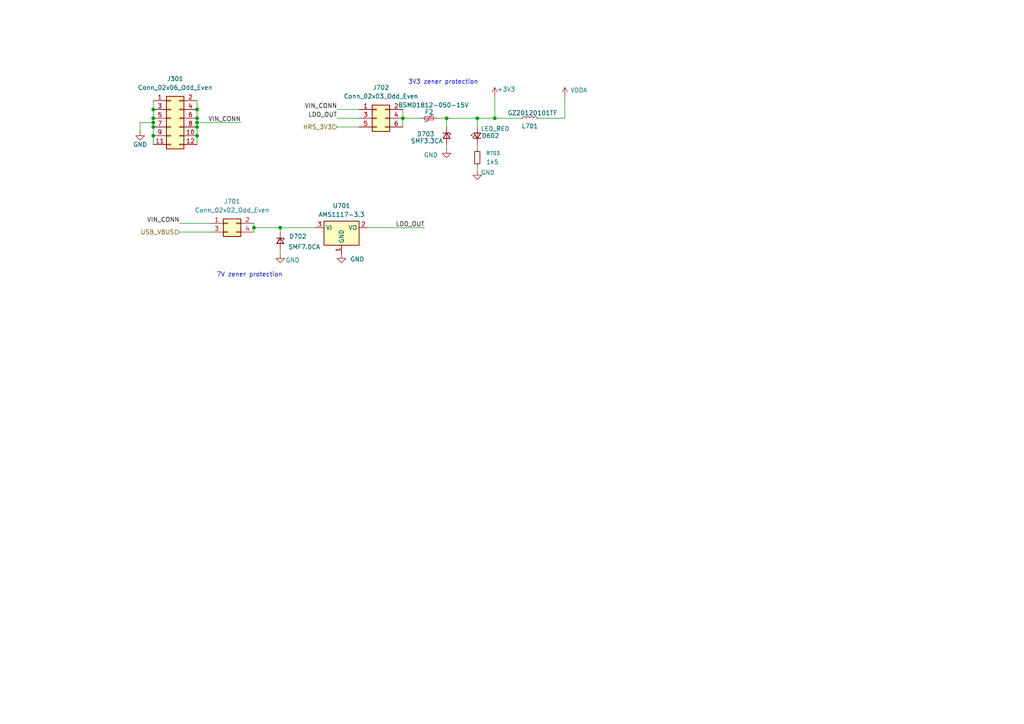
<source format=kicad_sch>
(kicad_sch (version 20250114) (generator "eeschema") (generator_version "9.0")
  (paper "A4")
  (lib_symbols
    (symbol "Connector_Generic:Conn_02x02_Odd_Even" (pin_names (offset 1.016) (hide yes))
      (property "Reference" "J" (at 1.27 2.54 0))
      (property "Value" "Conn_02x02_Odd_Even" (at 1.27 -5.08 0))
      (symbol "Conn_02x02_Odd_Even_1_1"
        (rectangle (start -1.27 1.27) (end 3.81 -3.81) (stroke (width 0.254)) (fill (type background)))
        (rectangle (start -1.27 0.127) (end 0 -0.127) (stroke (width 0.1524)))
        (rectangle (start -1.27 -2.413) (end 0 -2.667) (stroke (width 0.1524)))
        (rectangle (start 3.81 0.127) (end 2.54 -0.127) (stroke (width 0.1524)))
        (rectangle (start 3.81 -2.413) (end 2.54 -2.667) (stroke (width 0.1524)))
        (pin passive line (at -5.08 0 0) (length 3.81) (name "Pin_1") (number "1"))
        (pin passive line (at -5.08 -2.54 0) (length 3.81) (name "Pin_3") (number "3"))
        (pin passive line (at 7.62 0 180) (length 3.81) (name "Pin_2") (number "2"))
        (pin passive line (at 7.62 -2.54 180) (length 3.81) (name "Pin_4") (number "4"))
      )
    )
    (symbol "Connector_Generic:Conn_02x03_Odd_Even" (pin_names (offset 1.016) (hide yes))
      (property "Reference" "J" (at 1.27 5.08 0))
      (property "Value" "Conn_02x03_Odd_Even" (at 1.27 -5.08 0))
      (symbol "Conn_02x03_Odd_Even_1_1"
        (rectangle (start -1.27 3.81) (end 3.81 -3.81) (stroke (width 0.254)) (fill (type background)))
        (rectangle (start -1.27 2.667) (end 0 2.413) (stroke (width 0.1524)))
        (rectangle (start -1.27 0.127) (end 0 -0.127) (stroke (width 0.1524)))
        (rectangle (start -1.27 -2.413) (end 0 -2.667) (stroke (width 0.1524)))
        (rectangle (start 3.81 2.667) (end 2.54 2.413) (stroke (width 0.1524)))
        (rectangle (start 3.81 0.127) (end 2.54 -0.127) (stroke (width 0.1524)))
        (rectangle (start 3.81 -2.413) (end 2.54 -2.667) (stroke (width 0.1524)))
        (pin passive line (at -5.08 2.54 0) (length 3.81) (name "Pin_1") (number "1"))
        (pin passive line (at -5.08 0 0) (length 3.81) (name "Pin_3") (number "3"))
        (pin passive line (at -5.08 -2.54 0) (length 3.81) (name "Pin_5") (number "5"))
        (pin passive line (at 7.62 2.54 180) (length 3.81) (name "Pin_2") (number "2"))
        (pin passive line (at 7.62 0 180) (length 3.81) (name "Pin_4") (number "4"))
        (pin passive line (at 7.62 -2.54 180) (length 3.81) (name "Pin_6") (number "6"))
      )
    )
    (symbol "Connector_Generic:Conn_02x06_Odd_Even" (pin_names (offset 1.016) (hide yes))
      (property "Reference" "J" (at 1.27 7.62 0))
      (property "Value" "Conn_02x06_Odd_Even" (at 1.27 -10.16 0))
      (symbol "Conn_02x06_Odd_Even_1_1"
        (rectangle (start -1.27 6.35) (end 3.81 -8.89) (stroke (width 0.254)) (fill (type background)))
        (rectangle (start -1.27 5.207) (end 0 4.953) (stroke (width 0.1524)))
        (rectangle (start -1.27 2.667) (end 0 2.413) (stroke (width 0.1524)))
        (rectangle (start -1.27 0.127) (end 0 -0.127) (stroke (width 0.1524)))
        (rectangle (start -1.27 -2.413) (end 0 -2.667) (stroke (width 0.1524)))
        (rectangle (start -1.27 -4.953) (end 0 -5.207) (stroke (width 0.1524)))
        (rectangle (start -1.27 -7.493) (end 0 -7.747) (stroke (width 0.1524)))
        (rectangle (start 3.81 5.207) (end 2.54 4.953) (stroke (width 0.1524)))
        (rectangle (start 3.81 2.667) (end 2.54 2.413) (stroke (width 0.1524)))
        (rectangle (start 3.81 0.127) (end 2.54 -0.127) (stroke (width 0.1524)))
        (rectangle (start 3.81 -2.413) (end 2.54 -2.667) (stroke (width 0.1524)))
        (rectangle (start 3.81 -4.953) (end 2.54 -5.207) (stroke (width 0.1524)))
        (rectangle (start 3.81 -7.493) (end 2.54 -7.747) (stroke (width 0.1524)))
        (pin passive line (at -5.08 5.08 0) (length 3.81) (name "Pin_1") (number "1"))
        (pin passive line (at -5.08 2.54 0) (length 3.81) (name "Pin_3") (number "3"))
        (pin passive line (at -5.08 0 0) (length 3.81) (name "Pin_5") (number "5"))
        (pin passive line (at -5.08 -2.54 0) (length 3.81) (name "Pin_7") (number "7"))
        (pin passive line (at -5.08 -5.08 0) (length 3.81) (name "Pin_9") (number "9"))
        (pin passive line (at -5.08 -7.62 0) (length 3.81) (name "Pin_11") (number "11"))
        (pin passive line (at 7.62 5.08 180) (length 3.81) (name "Pin_2") (number "2"))
        (pin passive line (at 7.62 2.54 180) (length 3.81) (name "Pin_4") (number "4"))
        (pin passive line (at 7.62 0 180) (length 3.81) (name "Pin_6") (number "6"))
        (pin passive line (at 7.62 -2.54 180) (length 3.81) (name "Pin_8") (number "8"))
        (pin passive line (at 7.62 -5.08 180) (length 3.81) (name "Pin_10") (number "10"))
        (pin passive line (at 7.62 -7.62 180) (length 3.81) (name "Pin_12") (number "12"))
      )
    )
    (symbol "Device:D_Zener_Small" (pin_numbers (hide yes)) (pin_names (offset 0.254) (hide yes))
      (property "Reference" "D" (at 0 2.286 0))
      (property "Value" "D_Zener_Small" (at 0 -2.286 0))
      (symbol "D_Zener_Small_0_1"
        (polyline (pts (xy -0.254 1.016) (xy -0.762 1.016) (xy -0.762 -1.016)) (stroke (width 0.254)))
        (polyline (pts (xy 0.762 1.016) (xy -0.762 0) (xy 0.762 -1.016) (xy 0.762 1.016)) (stroke (width 0.254)))
        (polyline (pts (xy 0.762 0) (xy -0.762 0)))
      )
      (symbol "D_Zener_Small_1_1"
        (pin passive line (at -2.54 0 0) (length 1.778) (name "K") (number "1"))
        (pin passive line (at 2.54 0 180) (length 1.778) (name "A") (number "2"))
      )
    )
    (symbol "Device:LED_Small" (pin_numbers (hide yes)) (pin_names (offset 0.254) (hide yes))
      (property "Reference" "D" (at -1.27 3.175 0))
      (property "Value" "LED_Small" (at -4.445 -2.54 0))
      (symbol "LED_Small_0_1"
        (polyline (pts (xy -0.762 -1.016) (xy -0.762 1.016)) (stroke (width 0.254)))
        (polyline (pts (xy 0 0.762) (xy -0.508 1.27) (xy -0.254 1.27) (xy -0.508 1.27) (xy -0.508 1.016)))
        (polyline (pts (xy 0.508 1.27) (xy 0 1.778) (xy 0.254 1.778) (xy 0 1.778) (xy 0 1.524)))
        (polyline (pts (xy 0.762 -1.016) (xy -0.762 0) (xy 0.762 1.016) (xy 0.762 -1.016)) (stroke (width 0.254)))
        (polyline (pts (xy 1.016 0) (xy -0.762 0)))
      )
      (symbol "LED_Small_1_1"
        (pin passive line (at -2.54 0 0) (length 1.778) (name "K") (number "1"))
        (pin passive line (at 2.54 0 180) (length 1.778) (name "A") (number "2"))
      )
    )
    (symbol "Device:L_Small" (pin_numbers (hide yes)) (pin_names (offset 0.254) (hide yes))
      (property "Reference" "L" (at 0.762 1.016 0))
      (property "Value" "L_Small" (at 0.762 -1.016 0))
      (symbol "L_Small_0_1"
        (arc (start 0 2.032) (mid 0.5058 1.524) (end 0 1.016))
        (arc (start 0 1.016) (mid 0.5058 0.508) (end 0 0))
        (arc (start 0 0) (mid 0.5058 -0.508) (end 0 -1.016))
        (arc (start 0 -1.016) (mid 0.5058 -1.524) (end 0 -2.032))
      )
      (symbol "L_Small_1_1"
        (pin passive line (at 0 2.54 270) (length 0.508) (name "~") (number "1"))
        (pin passive line (at 0 -2.54 90) (length 0.508) (name "~") (number "2"))
      )
    )
    (symbol "Device:Polyfuse_Small" (pin_numbers (hide yes)) (pin_names (offset 0))
      (property "Reference" "F" (at -1.905 0 90))
      (property "Value" "Polyfuse_Small" (at 1.905 0 90))
      (symbol "Polyfuse_Small_0_1"
        (polyline (pts (xy -1.016 1.27) (xy -1.016 0.762) (xy 1.016 -0.762) (xy 1.016 -1.27)))
        (rectangle (start -0.508 1.27) (end 0.508 -1.27))
        (polyline (pts (xy 0 2.54) (xy 0 -2.54)))
      )
      (symbol "Polyfuse_Small_1_1"
        (pin passive line (at 0 2.54 270) (length 0.635) (name "~") (number "1"))
        (pin passive line (at 0 -2.54 90) (length 0.635) (name "~") (number "2"))
      )
    )
    (symbol "Device:R_Small" (pin_numbers (hide yes)) (pin_names (offset 0.254) (hide yes))
      (property "Reference" "R" (at 0 0 90))
      (property "Value" "R_Small" (at 1.778 0 90))
      (symbol "R_Small_0_1"
        (rectangle (start -0.762 1.778) (end 0.762 -1.778) (stroke (width 0.2032)))
      )
      (symbol "R_Small_1_1"
        (pin passive line (at 0 2.54 270) (length 0.762) (name "~") (number "1"))
        (pin passive line (at 0 -2.54 90) (length 0.762) (name "~") (number "2"))
      )
    )
    (symbol "Regulator_Linear:AMS1117-3.3"
      (property "Reference" "U" (at -3.81 3.175 0))
      (property "Value" "AMS1117-3.3" (at 0 3.175 0))
      (symbol "AMS1117-3.3_0_1"
        (rectangle (start -5.08 -5.08) (end 5.08 1.905) (stroke (width 0.254)) (fill (type background)))
      )
      (symbol "AMS1117-3.3_1_1"
        (pin power_in line (at -7.62 0 0) (length 2.54) (name "VI") (number "3"))
        (pin power_in line (at 0 -7.62 90) (length 2.54) (name "GND") (number "1"))
        (pin power_out line (at 7.62 0 180) (length 2.54) (name "VO") (number "2"))
      )
    )
    (symbol "power:+3V3" (power) (pin_numbers (hide yes)) (pin_names (offset 0) (hide yes))
      (property "Value" "+3V3" (at 0 3.556 0))
      (symbol "+3V3_0_1"
        (polyline (pts (xy -0.762 1.27) (xy 0 2.54)))
        (polyline (pts (xy 0 2.54) (xy 0.762 1.27)))
        (polyline (pts (xy 0 0) (xy 0 2.54)))
      )
      (symbol "+3V3_1_1"
        (pin power_in line (at 0 0 90) (length 0) (name "~") (number "1"))
      )
    )
    (symbol "power:GND" (power) (pin_numbers (hide yes)) (pin_names (offset 0) (hide yes))
      (property "Value" "GND" (at 0 -3.81 0))
      (symbol "GND_0_1"
        (polyline (pts (xy 0 0) (xy 0 -1.27) (xy 1.27 -1.27) (xy 0 -2.54) (xy -1.27 -1.27) (xy 0 -1.27)))
      )
      (symbol "GND_1_1"
        (pin power_in line (at 0 0 270) (length 0) (name "~") (number "1"))
      )
    )
    (symbol "power:VDDA" (power) (pin_numbers (hide yes)) (pin_names (offset 0) (hide yes))
      (property "Value" "VDDA" (at 0 3.556 0))
      (symbol "VDDA_0_1"
        (polyline (pts (xy -0.762 1.27) (xy 0 2.54)))
        (polyline (pts (xy 0 2.54) (xy 0.762 1.27)))
        (polyline (pts (xy 0 0) (xy 0 2.54)))
      )
      (symbol "VDDA_1_1"
        (pin power_in line (at 0 0 90) (length 0) (name "~") (number "1"))
      )
    )
  )
  (text "3V3 zener protection" (at 128.524 23.876 0) (effects (font (size 1.27 1.27))))
  (text "7V zener protection" (at 72.39 79.756 0) (effects (font (size 1.27 1.27))))
  (junction (at 143.51 34.29))
  (junction (at 81.28 66.04))
  (junction (at 57.15 39.37))
  (junction (at 44.45 31.75))
  (junction (at 44.45 35.56))
  (junction (at 57.15 36.83))
  (junction (at 44.45 34.29))
  (junction (at 57.15 34.29))
  (junction (at 44.45 36.83))
  (junction (at 116.84 34.29))
  (junction (at 57.15 31.75))
  (junction (at 73.66 66.04))
  (junction (at 44.45 39.37))
  (junction (at 57.15 35.56))
  (junction (at 138.43 34.29))
  (junction (at 129.54 34.29))
  (wire (pts (xy 163.83 27.94) (xy 163.83 34.29)))
  (wire (pts (xy 57.15 31.75) (xy 57.15 34.29)))
  (wire (pts (xy 44.45 35.56) (xy 44.45 36.83)))
  (wire (pts (xy 106.68 66.04) (xy 123.19 66.04)))
  (wire (pts (xy 73.66 66.04) (xy 81.28 66.04)))
  (wire (pts (xy 116.84 31.75) (xy 116.84 34.29)))
  (wire (pts (xy 138.43 49.53) (xy 138.43 48.26)))
  (wire (pts (xy 44.45 35.56) (xy 40.64 35.56)))
  (wire (pts (xy 57.15 34.29) (xy 57.15 35.56)))
  (wire (pts (xy 44.45 36.83) (xy 44.45 39.37)))
  (wire (pts (xy 57.15 39.37) (xy 57.15 41.91)))
  (wire (pts (xy 40.64 35.56) (xy 40.64 38.1)))
  (wire (pts (xy 129.54 34.29) (xy 138.43 34.29)))
  (wire (pts (xy 81.28 66.04) (xy 81.28 67.31)))
  (wire (pts (xy 116.84 34.29) (xy 116.84 36.83)))
  (wire (pts (xy 138.43 43.18) (xy 138.43 41.91)))
  (wire (pts (xy 97.79 34.29) (xy 104.14 34.29)))
  (wire (pts (xy 121.92 34.29) (xy 116.84 34.29)))
  (wire (pts (xy 57.15 35.56) (xy 57.15 36.83)))
  (wire (pts (xy 97.79 31.75) (xy 104.14 31.75)))
  (wire (pts (xy 143.51 34.29) (xy 151.13 34.29)))
  (wire (pts (xy 127 34.29) (xy 129.54 34.29)))
  (wire (pts (xy 69.85 35.56) (xy 57.15 35.56)))
  (wire (pts (xy 143.51 27.94) (xy 143.51 34.29)))
  (wire (pts (xy 44.45 34.29) (xy 44.45 35.56)))
  (wire (pts (xy 44.45 39.37) (xy 44.45 41.91)))
  (wire (pts (xy 129.54 36.83) (xy 129.54 34.29)))
  (wire (pts (xy 73.66 66.04) (xy 73.66 67.31)))
  (wire (pts (xy 129.54 41.91) (xy 129.54 43.18)))
  (wire (pts (xy 73.66 64.77) (xy 73.66 66.04)))
  (wire (pts (xy 52.07 64.77) (xy 60.96 64.77)))
  (wire (pts (xy 57.15 29.21) (xy 57.15 31.75)))
  (wire (pts (xy 81.28 66.04) (xy 91.44 66.04)))
  (wire (pts (xy 138.43 34.29) (xy 138.43 36.83)))
  (wire (pts (xy 44.45 29.21) (xy 44.45 31.75)))
  (wire (pts (xy 44.45 31.75) (xy 44.45 34.29)))
  (wire (pts (xy 81.28 72.39) (xy 81.28 73.66)))
  (wire (pts (xy 57.15 36.83) (xy 57.15 39.37)))
  (wire (pts (xy 97.79 36.83) (xy 104.14 36.83)))
  (wire (pts (xy 138.43 34.29) (xy 143.51 34.29)))
  (wire (pts (xy 52.07 67.31) (xy 60.96 67.31)))
  (wire (pts (xy 156.21 34.29) (xy 163.83 34.29)))
  (label "VIN_CONN" (at 52.07 64.77 180))
  (label "VIN_CONN" (at 69.85 35.56 180))
  (label "VIN_CONN" (at 97.79 31.75 180))
  (label "LDO_OUT" (at 123.19 66.04 180))
  (label "LDO_OUT" (at 97.79 34.29 180))
  (hierarchical_label "USB_VBUS" (shape input) (at 52.07 67.31 180))
  (hierarchical_label "HRS_3V3" (shape input) (at 97.79 36.83 180))
  (symbol (lib_id "power:GND") (at 99.06 73.66 0) (mirror y) (unit 1)
    (property "Reference" "#PWR0703" (effects (hide yes)))
    (property "Value" "GND" (at 103.632 75.184 0))
    (property "Description" "Power symbol creates a global label with name \"GND\" , ground" (effects (hide yes)))
  )
  (symbol (lib_id "Regulator_Linear:AMS1117-3.3") (at 99.06 66.04 0) (unit 1)
    (property "Reference" "U701" (at 99.06 59.69 0))
    (property "Value" "AMS1117-3.3" (at 99.06 62.23 0))
    (property "Footprint" "Package_TO_SOT_SMD:SOT-223-3_TabPin2" (effects (hide yes)))
    (property "Datasheet" "http://www.advanced-monolithic.com/pdf/ds1117.pdf" (effects (hide yes)))
    (property "Description" "1A Low Dropout regulator, positive, 3.3V fixed output, SOT-223" (effects (hide yes)))
    (property "LPN" "C6186" (effects (hide yes)))
    (property "MPN" "AMS1117-3.3 " (effects (hide yes)))
  )
  (symbol (lib_id "power:+3V3") (at 143.51 27.94 0) (unit 1)
    (property "Reference" "#PWR0701" (effects (hide yes)))
    (property "Value" "+3V3" (at 146.812 25.908 0))
    (property "Description" "Power symbol creates a global label with name \"+3V3\"" (effects (hide yes)))
  )
  (symbol (lib_id "Device:R_Small") (at 138.43 45.72 180) (unit 1)
    (property "Reference" "R703" (at 140.97 44.4499 0) (effects (font (size 1.016 1.016)) (justify right)))
    (property "Value" "1k5" (at 140.97 46.9899 0) (effects (justify right)))
    (property "Footprint" "Resistor_SMD:R_0402_1005Metric" (effects (hide yes)))
    (property "Datasheet" "https://jlcpcb.com/api/file/downloadByFileSystemAccessId/8579705932919590912" (effects (hide yes)))
    (property "Description" "Resistor, small symbol" (effects (hide yes)))
    (property "LPN" "C25867" (effects (hide yes)))
    (property "MPN" "0402WGF1501TCE" (effects (hide yes)))
  )
  (symbol (lib_id "power:GND") (at 129.54 43.18 0) (mirror y) (unit 1)
    (property "Reference" "#PWR0707" (effects (hide yes)))
    (property "Value" "GND" (at 124.968 44.958 0))
    (property "Description" "Power symbol creates a global label with name \"GND\" , ground" (effects (hide yes)))
  )
  (symbol (lib_id "power:VDDA") (at 163.83 27.94 0) (unit 1)
    (property "Reference" "#PWR0704" (effects (hide yes)))
    (property "Value" "VDDA" (at 167.894 26.162 0))
    (property "Description" "Power symbol creates a global label with name \"VDDA\"" (effects (hide yes)))
  )
  (symbol (lib_id "power:GND") (at 138.43 49.53 0) (unit 1)
    (property "Reference" "#PWR0705" (effects (hide yes)))
    (property "Value" "GND" (at 141.478 50.038 0))
    (property "Description" "Power symbol creates a global label with name \"GND\" , ground" (effects (hide yes)))
  )
  (symbol (lib_id "power:GND") (at 81.28 73.66 0) (unit 1)
    (property "Reference" "#PWR0706" (effects (hide yes)))
    (property "Value" "GND" (at 84.836 75.438 0))
    (property "Description" "Power symbol creates a global label with name \"GND\" , ground" (effects (hide yes)))
  )
  (symbol (lib_id "Device:D_Zener_Small") (at 81.28 69.85 270) (unit 1)
    (property "Reference" "D702" (at 83.82 68.5799 90) (effects (justify left)))
    (property "Value" "SMF7.0CA" (at 83.566 71.628 90) (effects (justify left)))
    (property "Footprint" "Diode_SMD:D_SOD-123F" (effects (hide yes)))
    (property "Datasheet" "https://jlcpcb.com/api/file/downloadByFileSystemAccessId/8564880890817519616" (effects (hide yes)))
    (property "Description" "Zener diode, small symbol" (effects (hide yes)))
    (property "LPN" "C19077502" (effects (hide yes)))
    (property "MPN" "SMF7.0CA" (effects (hide yes)))
  )
  (symbol (lib_id "Device:L_Small") (at 153.67 34.29 90) (unit 1)
    (property "Reference" "L701" (at 153.67 36.576 90))
    (property "Value" "GZ2012D101TF" (at 154.432 32.766 90))
    (property "Footprint" "Inductor_SMD:L_0805_2012Metric" (effects (hide yes)))
    (property "Datasheet" "https://jlcpcb.com/api/file/downloadByFileSystemAccessId/8579709135115370496" (effects (hide yes)))
    (property "Description" "Inductor, small symbol" (effects (hide yes)))
    (property "LPN" "C1015" (effects (hide yes)))
    (property "MPN" "GZ2012D101TF" (effects (hide yes)))
  )
  (symbol (lib_id "Device:Polyfuse_Small") (at 124.46 34.29 90) (unit 1)
    (property "Reference" "F2" (at 124.46 32.512 90))
    (property "Value" "BSMD1812-050-15V" (at 125.73 30.48 90))
    (property "Footprint" "Fuse:Fuse_1812_4532Metric" (effects (hide yes)))
    (property "Datasheet" "https://jlcpcb.com/api/file/downloadByFileSystemAccessId/8588917995879993344" (effects (hide yes)))
    (property "Description" "resettable phuse, 0.5 A Ihold, 1 A Itrip, Vmax 15 V" (effects (hide yes)))
    (property "Manufacturing part number" "BSMD1812-050-15V" (effects (hide yes)))
    (property "LCSC Part Number" "C883139" (effects (hide yes)))
  )
  (symbol (lib_id "Connector_Generic:Conn_02x03_Odd_Even") (at 109.22 34.29 0) (unit 1)
    (property "Reference" "J702" (at 110.49 25.4 0))
    (property "Value" "Conn_02x03_Odd_Even" (at 110.49 27.94 0))
    (property "Footprint" "Connector_PinHeader_2.54mm:PinHeader_2x03_P2.54mm_Vertical" (effects (hide yes)))
    (property "Datasheet" "https://jlcpcb.com/api/file/downloadByFileSystemAccessId/8588886992746647552" (effects (hide yes)))
    (property "Description" "Generic connector, double row, 02x03, odd/even pin numbering scheme (row 1 odd numbers, row 2 even numbers), script generated (kicad-library-utils/schlib/autogen/connector/)" (effects (hide yes)))
    (property "LPN" "C65114" (effects (hide yes)))
    (property "MPN" "2.54-2*3PPin " (effects (hide yes)))
  )
  (symbol (lib_id "Device:LED_Small") (at 138.43 39.37 90) (unit 1)
    (property "Reference" "D602" (at 139.7 39.37 90) (effects (justify right)))
    (property "Value" "LED_RED" (at 139.446 37.338 90) (effects (justify right)))
    (property "Footprint" "LED_SMD:LED_0603_1608Metric" (effects (hide yes)))
    (property "Datasheet" "https://jlcpcb.com/api/file/downloadByFileSystemAccessId/8550723991833485312" (effects (hide yes)))
    (property "Description" "Vf: 1.9-2.2V" (effects (hide yes)))
    (property "LCSC Part Number" "C2286" (effects (hide yes)))
    (property "Manufacturing Part Number" "KT-0603R " (effects (hide yes)))
  )
  (symbol (lib_id "Connector_Generic:Conn_02x06_Odd_Even") (at 49.53 34.29 0) (unit 1)
    (property "Reference" "J301" (at 50.8 22.86 0))
    (property "Value" "Conn_02x06_Odd_Even" (at 50.8 25.4 0))
    (property "Footprint" "Connector_PinSocket_2.54mm:PinSocket_2x06_P2.54mm_Vertical" (effects (hide yes)))
    (property "Datasheet" "https://jlcpcb.com/api/file/downloadByFileSystemAccessId/8588892461644566528" (effects (hide yes)))
    (property "Description" "Generic connector, double row, 02x06, odd/even pin numbering scheme (row 1 odd numbers, row 2 even numbers), script generated (kicad-library-utils/schlib/autogen/connector/)" (effects (hide yes)))
  )
  (symbol (lib_id "Connector_Generic:Conn_02x02_Odd_Even") (at 66.04 64.77 0) (unit 1)
    (property "Reference" "J701" (at 67.31 58.42 0))
    (property "Value" "Conn_02x02_Odd_Even" (at 67.31 60.96 0))
    (property "Footprint" "Connector_PinHeader_2.54mm:PinHeader_2x02_P2.54mm_Vertical" (effects (hide yes)))
    (property "Datasheet" "https://jlcpcb.com/api/file/downloadByFileSystemAccessId/8588886992746647552" (effects (hide yes)))
    (property "Description" "Generic connector, double row, 02x02, odd/even pin numbering scheme (row 1 odd numbers, row 2 even numbers), script generated (kicad-library-utils/schlib/autogen/connector/)" (effects (hide yes)))
    (property "MPN" "2.54-2*2PPin " (effects (hide yes)))
    (property "LPN" "C66690" (effects (hide yes)))
  )
  (symbol (lib_id "Device:D_Zener_Small") (at 129.54 39.37 270) (unit 1)
    (property "Reference" "D703" (at 120.904 38.862 90) (effects (justify left)))
    (property "Value" "SMF3.3CA" (at 119.126 40.894 90) (effects (justify left)))
    (property "Footprint" "Diode_SMD:D_SOD-123F" (effects (hide yes)))
    (property "Datasheet" "https://jlcpcb.com/api/file/downloadByFileSystemAccessId/8564880890817519616" (effects (hide yes)))
    (property "Description" "Zener diode, small symbol" (effects (hide yes)))
    (property "LPN" "C19077496" (effects (hide yes)))
    (property "MPN" "SMF3.3CA " (effects (hide yes)))
  )
  (symbol (lib_id "power:GND") (at 40.64 38.1 0) (mirror y) (unit 1)
    (property "Reference" "#PWR022" (effects (hide yes)))
    (property "Value" "GND" (at 40.64 41.91 0))
    (property "Description" "Power symbol creates a global label with name \"GND\" , ground" (effects (hide yes)))
  )
)
</source>
